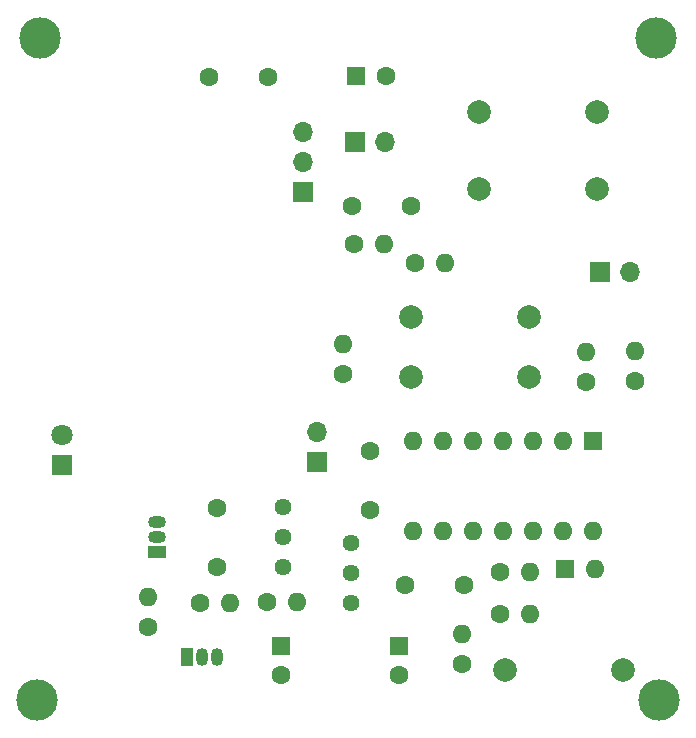
<source format=gbr>
%TF.GenerationSoftware,KiCad,Pcbnew,7.0.1*%
%TF.CreationDate,2023-04-15T09:26:22+02:00*%
%TF.ProjectId,weit_generator,77656974-5f67-4656-9e65-7261746f722e,rev?*%
%TF.SameCoordinates,Original*%
%TF.FileFunction,Soldermask,Bot*%
%TF.FilePolarity,Negative*%
%FSLAX46Y46*%
G04 Gerber Fmt 4.6, Leading zero omitted, Abs format (unit mm)*
G04 Created by KiCad (PCBNEW 7.0.1) date 2023-04-15 09:26:22*
%MOMM*%
%LPD*%
G01*
G04 APERTURE LIST*
%ADD10C,3.500000*%
%ADD11C,1.440000*%
%ADD12C,1.600000*%
%ADD13O,1.600000X1.600000*%
%ADD14R,1.700000X1.700000*%
%ADD15O,1.700000X1.700000*%
%ADD16C,2.000000*%
%ADD17R,1.800000X1.800000*%
%ADD18C,1.800000*%
%ADD19R,1.600000X1.600000*%
%ADD20R,1.050000X1.500000*%
%ADD21O,1.050000X1.500000*%
%ADD22R,1.500000X1.050000*%
%ADD23O,1.500000X1.050000*%
G04 APERTURE END LIST*
D10*
%TO.C,REF\u002A\u002A*%
X153400000Y-133800000D03*
%TD*%
%TO.C,REF\u002A\u002A*%
X153200000Y-77800000D03*
%TD*%
%TO.C,REF\u002A\u002A*%
X101000000Y-77800000D03*
%TD*%
%TO.C,REF\u002A\u002A*%
X100800000Y-133800000D03*
%TD*%
D11*
%TO.C,RV2*%
X127395000Y-125610000D03*
X127395000Y-123070000D03*
X127395000Y-120530000D03*
%TD*%
D12*
%TO.C,R2*%
X126695000Y-106245000D03*
D13*
X126695000Y-103705000D03*
%TD*%
D12*
%TO.C,C2*%
X115995000Y-122560000D03*
X115995000Y-117560000D03*
%TD*%
D14*
%TO.C,J1*%
X127725000Y-86600000D03*
D15*
X130265000Y-86600000D03*
%TD*%
D12*
%TO.C,R20*%
X127650000Y-95230000D03*
D13*
X130190000Y-95230000D03*
%TD*%
D14*
%TO.C,J3*%
X148480000Y-97560000D03*
D15*
X151020000Y-97560000D03*
%TD*%
D13*
%TO.C,R28*%
X117140000Y-125600000D03*
D12*
X114600000Y-125600000D03*
%TD*%
D16*
%TO.C,C8*%
X132450000Y-101360000D03*
X142450000Y-101360000D03*
%TD*%
D14*
%TO.C,R3*%
X124470000Y-113635000D03*
D15*
X124470000Y-111095000D03*
%TD*%
D12*
%TO.C,C11*%
X136945000Y-124060000D03*
X131945000Y-124060000D03*
%TD*%
D16*
%TO.C,C10*%
X150395000Y-131260000D03*
X140395000Y-131260000D03*
%TD*%
D17*
%TO.C,D1*%
X102895000Y-113950000D03*
D18*
X102895000Y-111410000D03*
%TD*%
D12*
%TO.C,R29*%
X110200000Y-127645000D03*
D13*
X110200000Y-125105000D03*
%TD*%
D12*
%TO.C,R26*%
X136745000Y-130755000D03*
D13*
X136745000Y-128215000D03*
%TD*%
D12*
%TO.C,R21*%
X132755000Y-96800000D03*
D13*
X135295000Y-96800000D03*
%TD*%
D12*
%TO.C,R22*%
X147295000Y-106875000D03*
D13*
X147295000Y-104335000D03*
%TD*%
D16*
%TO.C,C9*%
X142450000Y-106460000D03*
X132450000Y-106460000D03*
%TD*%
D12*
%TO.C,C3*%
X115300000Y-81050000D03*
X120300000Y-81050000D03*
%TD*%
D16*
%TO.C,C7*%
X138165000Y-90570000D03*
X148165000Y-90570000D03*
%TD*%
D14*
%TO.C,J2*%
X123300000Y-90840000D03*
D15*
X123300000Y-88300000D03*
X123300000Y-85760000D03*
%TD*%
D12*
%TO.C,R27*%
X120275000Y-125560000D03*
D13*
X122815000Y-125560000D03*
%TD*%
D12*
%TO.C,C12*%
X131400000Y-131727621D03*
D19*
X131400000Y-129227621D03*
%TD*%
D12*
%TO.C,C4*%
X127445000Y-91970000D03*
X132445000Y-91970000D03*
%TD*%
D19*
%TO.C,U1*%
X147885000Y-111860000D03*
D13*
X145345000Y-111860000D03*
X142805000Y-111860000D03*
X140265000Y-111860000D03*
X137725000Y-111860000D03*
X135185000Y-111860000D03*
X132645000Y-111860000D03*
X132645000Y-119480000D03*
X135185000Y-119480000D03*
X137725000Y-119480000D03*
X140265000Y-119480000D03*
X142805000Y-119480000D03*
X145345000Y-119480000D03*
X147885000Y-119480000D03*
%TD*%
D12*
%TO.C,R24*%
X140000000Y-123000000D03*
D13*
X142540000Y-123000000D03*
%TD*%
D19*
%TO.C,C13*%
X121400000Y-129217621D03*
D12*
X121400000Y-131717621D03*
%TD*%
D19*
%TO.C,C1*%
X127817620Y-81000000D03*
D12*
X130317620Y-81000000D03*
%TD*%
%TO.C,C5*%
X128995000Y-112760000D03*
X128995000Y-117760000D03*
%TD*%
D19*
%TO.C,D2*%
X145480686Y-122760000D03*
D13*
X148020686Y-122760000D03*
%TD*%
D12*
%TO.C,R25*%
X140000000Y-126520000D03*
D13*
X142540000Y-126520000D03*
%TD*%
D12*
%TO.C,R23*%
X151405000Y-106780000D03*
D13*
X151405000Y-104240000D03*
%TD*%
D20*
%TO.C,Q1*%
X113460000Y-130200000D03*
D21*
X114730000Y-130200000D03*
X116000000Y-130200000D03*
%TD*%
D11*
%TO.C,RV1*%
X121595000Y-117460000D03*
X121595000Y-120000000D03*
X121595000Y-122540000D03*
%TD*%
D22*
%TO.C,U3*%
X110955000Y-121305000D03*
D23*
X110955000Y-120035000D03*
X110955000Y-118765000D03*
%TD*%
D16*
%TO.C,C6*%
X148165000Y-84030000D03*
X138165000Y-84030000D03*
%TD*%
M02*

</source>
